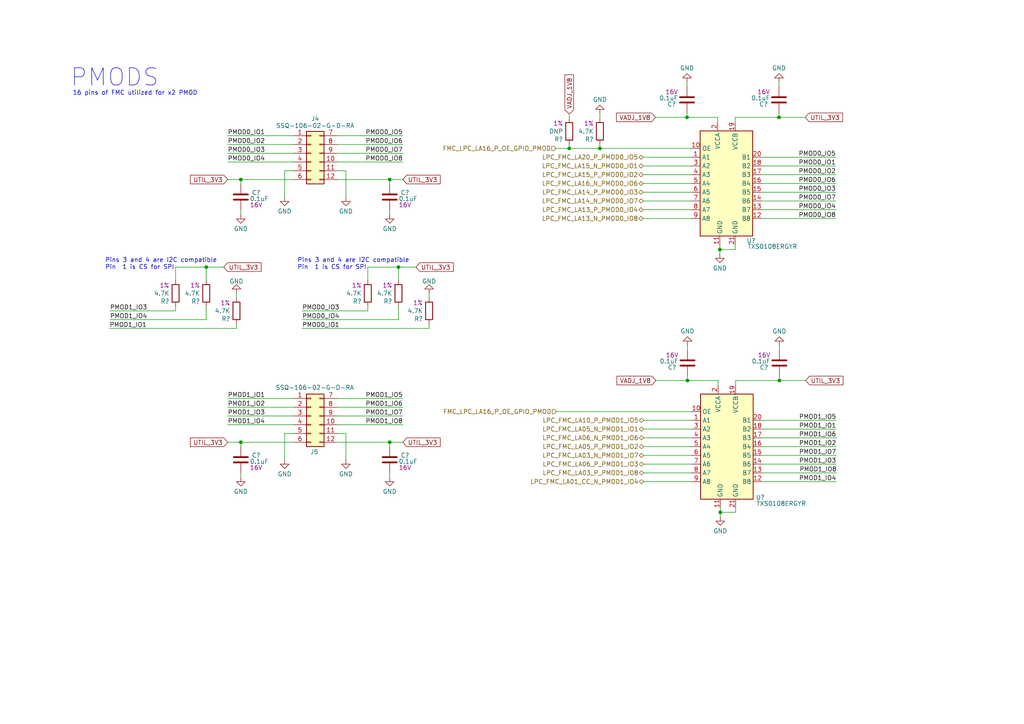
<source format=kicad_sch>
(kicad_sch (version 20230121) (generator eeschema)
  (paper "A4")
  (title_block (title "VincuLink FMC") (rev "1.0") (company "ApotheoTech LLC") (comment 1 "Author: Chance Reimer") (comment 2 "FMC for M.2 Key E") (comment 3 "Pi Hats, and Digilent PMOD connectors"))
  (lib_symbols
    (symbol "Connector_Generic:Conn_02x06_Top_Bottom" (pin_names (offset 1.016) hide)
      (property "Reference" "J" (at 1.27 7.62 0))
      (property "Value" "Conn_02x06_Top_Bottom" (at 1.27 -10.16 0))
      (symbol "Conn_02x06_Top_Bottom_1_1"
        (rectangle (start -1.27 -7.493) (end 0 -7.747) (stroke (width 0.1524)))
        (rectangle (start -1.27 -4.953) (end 0 -5.207) (stroke (width 0.1524)))
        (rectangle (start -1.27 -2.413) (end 0 -2.667) (stroke (width 0.1524)))
        (rectangle (start -1.27 0.127) (end 0 -0.127) (stroke (width 0.1524)))
        (rectangle (start -1.27 2.667) (end 0 2.413) (stroke (width 0.1524)))
        (rectangle (start -1.27 5.207) (end 0 4.953) (stroke (width 0.1524)))
        (rectangle (start -1.27 6.35) (end 3.81 -8.89) (stroke (width 0.254)) (fill (type background)))
        (rectangle (start 3.81 -7.493) (end 2.54 -7.747) (stroke (width 0.1524)))
        (rectangle (start 3.81 -4.953) (end 2.54 -5.207) (stroke (width 0.1524)))
        (rectangle (start 3.81 -2.413) (end 2.54 -2.667) (stroke (width 0.1524)))
        (rectangle (start 3.81 0.127) (end 2.54 -0.127) (stroke (width 0.1524)))
        (rectangle (start 3.81 2.667) (end 2.54 2.413) (stroke (width 0.1524)))
        (rectangle (start 3.81 5.207) (end 2.54 4.953) (stroke (width 0.1524)))
        (pin passive line (at -5.08 5.08 0) (length 3.81) (name "Pin_1") (number "1"))
        (pin passive line (at 7.62 -2.54 180) (length 3.81) (name "Pin_10") (number "10"))
        (pin passive line (at 7.62 -5.08 180) (length 3.81) (name "Pin_11") (number "11"))
        (pin passive line (at 7.62 -7.62 180) (length 3.81) (name "Pin_12") (number "12"))
        (pin passive line (at -5.08 2.54 0) (length 3.81) (name "Pin_2") (number "2"))
        (pin passive line (at -5.08 0 0) (length 3.81) (name "Pin_3") (number "3"))
        (pin passive line (at -5.08 -2.54 0) (length 3.81) (name "Pin_4") (number "4"))
        (pin passive line (at -5.08 -5.08 0) (length 3.81) (name "Pin_5") (number "5"))
        (pin passive line (at -5.08 -7.62 0) (length 3.81) (name "Pin_6") (number "6"))
        (pin passive line (at 7.62 5.08 180) (length 3.81) (name "Pin_7") (number "7"))
        (pin passive line (at 7.62 2.54 180) (length 3.81) (name "Pin_8") (number "8"))
        (pin passive line (at 7.62 0 180) (length 3.81) (name "Pin_9") (number "9"))
      )
    )
    (symbol "Device:C" (pin_numbers hide) (pin_names (offset 0.254))
      (property "Reference" "C" (at 0.635 2.54 0))
      (property "Value" "C" (at 0.635 -2.54 0))
      (symbol "C_0_1"
        (polyline (pts (xy -2.032 -0.762) (xy 2.032 -0.762)) (stroke (width 0.508)))
        (polyline (pts (xy -2.032 0.762) (xy 2.032 0.762)) (stroke (width 0.508)))
      )
      (symbol "C_1_1"
        (pin passive line (at 0 3.81 270) (length 2.794) (name "~") (number "1"))
        (pin passive line (at 0 -3.81 90) (length 2.794) (name "~") (number "2"))
      )
    )
    (symbol "Device:R" (pin_numbers hide) (pin_names (offset 0))
      (property "Reference" "R" (at 2.032 0 90))
      (property "Value" "R" (at 0 0 90))
      (symbol "R_0_1"
        (rectangle (start -1.016 -2.54) (end 1.016 2.54) (stroke (width 0.254)))
      )
      (symbol "R_1_1"
        (pin passive line (at 0 3.81 270) (length 1.27) (name "~") (number "1"))
        (pin passive line (at 0 -3.81 90) (length 1.27) (name "~") (number "2"))
      )
    )
    (symbol "pi_hat_lib:TXS0108EPW"
      (property "Reference" "U" (at -6.35 16.51 0))
      (property "Value" "TXS0108ERGYR" (at 3.81 16.51 0))
      (symbol "TXS0108EPW_0_1"
        (rectangle (start -7.62 15.24) (end 7.62 -15.24) (stroke (width 0.254)) (fill (type background)))
      )
      (symbol "TXS0108EPW_1_1"
        (pin bidirectional line (at -10.16 7.62 0) (length 2.54) (name "A1") (number "1"))
        (pin input line (at -10.16 10.16 0) (length 2.54) (name "OE") (number "10"))
        (pin power_in line (at -1.905 -17.78 90) (length 2.54) (name "GND") (number "11"))
        (pin bidirectional line (at 10.16 -10.16 180) (length 2.54) (name "B8") (number "12"))
        (pin bidirectional line (at 10.16 -7.62 180) (length 2.54) (name "B7") (number "13"))
        (pin bidirectional line (at 10.16 -5.08 180) (length 2.54) (name "B6") (number "14"))
        (pin bidirectional line (at 10.16 -2.54 180) (length 2.54) (name "B5") (number "15"))
        (pin bidirectional line (at 10.16 0 180) (length 2.54) (name "B4") (number "16"))
        (pin bidirectional line (at 10.16 2.54 180) (length 2.54) (name "B3") (number "17"))
        (pin bidirectional line (at 10.16 5.08 180) (length 2.54) (name "B2") (number "18"))
        (pin power_in line (at 2.54 17.78 270) (length 2.54) (name "VCCB") (number "19"))
        (pin power_in line (at -2.54 17.78 270) (length 2.54) (name "VCCA") (number "2"))
        (pin bidirectional line (at 10.16 7.62 180) (length 2.54) (name "B1") (number "20"))
        (pin power_in line (at 2.54 -17.78 90) (length 2.54) (name "GND") (number "21"))
        (pin bidirectional line (at -10.16 5.08 0) (length 2.54) (name "A2") (number "3"))
        (pin bidirectional line (at -10.16 2.54 0) (length 2.54) (name "A3") (number "4"))
        (pin bidirectional line (at -10.16 0 0) (length 2.54) (name "A4") (number "5"))
        (pin bidirectional line (at -10.16 -2.54 0) (length 2.54) (name "A5") (number "6"))
        (pin bidirectional line (at -10.16 -5.08 0) (length 2.54) (name "A6") (number "7"))
        (pin bidirectional line (at -10.16 -7.62 0) (length 2.54) (name "A7") (number "8"))
        (pin bidirectional line (at -10.16 -10.16 0) (length 2.54) (name "A8") (number "9"))
      )
    )
    (symbol "power:GND" (power) (pin_names (offset 0))
      (property "Value" "GND" (at 0 -3.81 0))
      (symbol "GND_0_1"
        (polyline (pts (xy 0 0) (xy 0 -1.27) (xy 1.27 -1.27) (xy 0 -2.54) (xy -1.27 -1.27) (xy 0 -1.27)))
      )
      (symbol "GND_1_1"
        (pin power_in line (at 0 0 270) (length 0) hide (name "GND") (number "1"))
      )
    )
  )
  (junction (at 225.933 34.036))
  (junction (at 113.03 128.27))
  (junction (at 208.915 148.59))
  (junction (at 199.39 110.363))
  (junction (at 113.03 52.07))
  (junction (at 115.57 77.47))
  (junction (at 199.263 34.036))
  (junction (at 208.788 72.39))
  (junction (at 226.06 110.363))
  (junction (at 59.817 77.47))
  (junction (at 69.85 128.27))
  (junction (at 173.99 43.053))
  (junction (at 165.1 43.053))
  (junction (at 69.85 52.07))
  (wire (pts (xy 208.915 148.59) (xy 208.915 149.86)))
  (wire (pts (xy 161.417 119.38) (xy 200.66 119.38)))
  (wire (pts (xy 220.853 50.673) (xy 242.443 50.673)))
  (wire (pts (xy 68.58 95.25) (xy 68.58 93.98)))
  (wire (pts (xy 186.563 53.213) (xy 200.533 53.213)))
  (wire (pts (xy 87.63 92.71) (xy 115.57 92.71)))
  (wire (pts (xy 66.04 120.65) (xy 85.09 120.65)))
  (wire (pts (xy 106.68 77.47) (xy 115.57 77.47)))
  (wire (pts (xy 161.29 43.053) (xy 165.1 43.053)))
  (wire (pts (xy 116.84 120.65) (xy 97.79 120.65)))
  (wire (pts (xy 69.85 129.54) (xy 69.85 128.27)))
  (wire (pts (xy 31.877 90.17) (xy 50.927 90.17)))
  (wire (pts (xy 199.263 34.036) (xy 208.153 34.036)))
  (wire (pts (xy 186.69 121.92) (xy 200.66 121.92)))
  (wire (pts (xy 31.75 95.25) (xy 68.58 95.25)))
  (wire (pts (xy 186.69 129.54) (xy 200.66 129.54)))
  (wire (pts (xy 242.57 129.54) (xy 220.98 129.54)))
  (wire (pts (xy 85.09 125.73) (xy 82.55 125.73)))
  (wire (pts (xy 225.933 25.146) (xy 225.933 23.876)))
  (wire (pts (xy 213.36 110.363) (xy 226.06 110.363)))
  (wire (pts (xy 66.04 41.91) (xy 85.09 41.91)))
  (wire (pts (xy 199.39 109.093) (xy 199.39 110.363)))
  (wire (pts (xy 100.33 49.53) (xy 100.33 57.15)))
  (wire (pts (xy 165.1 33.02) (xy 165.1 34.29)))
  (wire (pts (xy 242.57 134.62) (xy 220.98 134.62)))
  (wire (pts (xy 69.85 60.96) (xy 69.85 62.23)))
  (wire (pts (xy 116.84 46.99) (xy 97.79 46.99)))
  (wire (pts (xy 242.57 139.7) (xy 220.98 139.7)))
  (wire (pts (xy 69.85 137.16) (xy 69.85 138.43)))
  (wire (pts (xy 66.04 128.27) (xy 69.85 128.27)))
  (wire (pts (xy 106.68 81.28) (xy 106.68 77.47)))
  (wire (pts (xy 173.99 43.053) (xy 200.533 43.053)))
  (wire (pts (xy 50.927 77.47) (xy 59.817 77.47)))
  (wire (pts (xy 213.233 34.036) (xy 225.933 34.036)))
  (wire (pts (xy 116.84 52.07) (xy 113.03 52.07)))
  (wire (pts (xy 66.04 118.11) (xy 85.09 118.11)))
  (wire (pts (xy 242.57 127) (xy 220.98 127)))
  (wire (pts (xy 116.84 123.19) (xy 97.79 123.19)))
  (wire (pts (xy 113.03 60.96) (xy 113.03 62.23)))
  (wire (pts (xy 186.563 55.753) (xy 200.533 55.753)))
  (wire (pts (xy 226.06 110.363) (xy 233.68 110.363)))
  (wire (pts (xy 66.04 44.45) (xy 85.09 44.45)))
  (wire (pts (xy 199.39 101.473) (xy 199.39 100.203)))
  (wire (pts (xy 173.99 33.02) (xy 173.99 34.29)))
  (wire (pts (xy 69.85 52.07) (xy 85.09 52.07)))
  (wire (pts (xy 242.443 55.753) (xy 220.853 55.753)))
  (wire (pts (xy 208.28 111.76) (xy 208.28 110.363)))
  (wire (pts (xy 242.443 63.373) (xy 220.853 63.373)))
  (wire (pts (xy 100.33 125.73) (xy 100.33 133.35)))
  (wire (pts (xy 226.06 101.473) (xy 226.06 100.203)))
  (wire (pts (xy 199.263 25.146) (xy 199.263 23.876)))
  (wire (pts (xy 66.04 52.07) (xy 69.85 52.07)))
  (wire (pts (xy 242.443 48.133) (xy 220.853 48.133)))
  (wire (pts (xy 173.99 41.91) (xy 173.99 43.053)))
  (wire (pts (xy 50.927 88.9) (xy 50.927 90.17)))
  (wire (pts (xy 190.246 110.363) (xy 199.39 110.363)))
  (wire (pts (xy 50.927 81.28) (xy 50.927 77.47)))
  (wire (pts (xy 124.46 85.09) (xy 124.46 86.36)))
  (wire (pts (xy 186.563 60.833) (xy 200.533 60.833)))
  (wire (pts (xy 82.55 125.73) (xy 82.55 133.35)))
  (wire (pts (xy 242.443 45.593) (xy 220.853 45.593)))
  (wire (pts (xy 87.63 90.17) (xy 106.68 90.17)))
  (wire (pts (xy 59.817 77.47) (xy 64.897 77.47)))
  (wire (pts (xy 226.06 109.093) (xy 226.06 110.363)))
  (wire (pts (xy 116.84 41.91) (xy 97.79 41.91)))
  (wire (pts (xy 186.69 137.16) (xy 200.66 137.16)))
  (wire (pts (xy 165.1 43.053) (xy 173.99 43.053)))
  (wire (pts (xy 186.69 139.7) (xy 200.66 139.7)))
  (wire (pts (xy 213.233 34.036) (xy 213.233 35.433)))
  (wire (pts (xy 220.853 53.213) (xy 242.443 53.213)))
  (wire (pts (xy 213.36 110.363) (xy 213.36 111.76)))
  (wire (pts (xy 106.68 88.9) (xy 106.68 90.17)))
  (wire (pts (xy 115.57 77.47) (xy 120.65 77.47)))
  (wire (pts (xy 68.58 85.09) (xy 68.58 86.36)))
  (wire (pts (xy 113.03 137.16) (xy 113.03 138.43)))
  (wire (pts (xy 115.57 88.9) (xy 115.57 92.71)))
  (wire (pts (xy 199.39 110.363) (xy 208.28 110.363)))
  (wire (pts (xy 97.79 49.53) (xy 100.33 49.53)))
  (wire (pts (xy 186.69 124.46) (xy 200.66 124.46)))
  (wire (pts (xy 115.57 77.47) (xy 115.57 81.28)))
  (wire (pts (xy 186.563 48.133) (xy 200.533 48.133)))
  (wire (pts (xy 242.443 60.833) (xy 220.853 60.833)))
  (wire (pts (xy 213.233 70.993) (xy 213.233 72.39)))
  (wire (pts (xy 186.69 127) (xy 200.66 127)))
  (wire (pts (xy 116.84 44.45) (xy 97.79 44.45)))
  (wire (pts (xy 186.563 50.673) (xy 200.533 50.673)))
  (wire (pts (xy 242.57 132.08) (xy 220.98 132.08)))
  (wire (pts (xy 186.563 63.373) (xy 200.533 63.373)))
  (wire (pts (xy 186.69 134.62) (xy 200.66 134.62)))
  (wire (pts (xy 116.84 39.37) (xy 97.79 39.37)))
  (wire (pts (xy 225.933 32.766) (xy 225.933 34.036)))
  (wire (pts (xy 113.03 53.34) (xy 113.03 52.07)))
  (wire (pts (xy 199.263 32.766) (xy 199.263 34.036)))
  (wire (pts (xy 82.55 49.53) (xy 82.55 57.15)))
  (wire (pts (xy 208.788 70.993) (xy 208.788 72.39)))
  (wire (pts (xy 59.817 77.47) (xy 59.817 81.28)))
  (wire (pts (xy 31.877 92.71) (xy 59.817 92.71)))
  (wire (pts (xy 66.04 46.99) (xy 85.09 46.99)))
  (wire (pts (xy 186.69 132.08) (xy 200.66 132.08)))
  (wire (pts (xy 186.563 58.293) (xy 200.533 58.293)))
  (wire (pts (xy 208.153 35.433) (xy 208.153 34.036)))
  (wire (pts (xy 97.79 125.73) (xy 100.33 125.73)))
  (wire (pts (xy 220.98 137.16) (xy 242.697 137.16)))
  (wire (pts (xy 116.84 115.57) (xy 97.79 115.57)))
  (wire (pts (xy 85.09 49.53) (xy 82.55 49.53)))
  (wire (pts (xy 66.04 39.37) (xy 85.09 39.37)))
  (wire (pts (xy 113.03 52.07) (xy 97.79 52.07)))
  (wire (pts (xy 208.915 147.32) (xy 208.915 148.59)))
  (wire (pts (xy 242.443 58.293) (xy 220.853 58.293)))
  (wire (pts (xy 213.233 72.39) (xy 208.788 72.39)))
  (wire (pts (xy 242.57 124.46) (xy 220.98 124.46)))
  (wire (pts (xy 69.85 53.34) (xy 69.85 52.07)))
  (wire (pts (xy 59.817 88.9) (xy 59.817 92.71)))
  (wire (pts (xy 208.788 72.39) (xy 208.788 73.66)))
  (wire (pts (xy 124.46 95.25) (xy 124.46 93.98)))
  (wire (pts (xy 242.57 121.92) (xy 220.98 121.92)))
  (wire (pts (xy 186.563 45.593) (xy 200.533 45.593)))
  (wire (pts (xy 113.03 129.54) (xy 113.03 128.27)))
  (wire (pts (xy 66.04 115.57) (xy 85.09 115.57)))
  (wire (pts (xy 116.84 118.11) (xy 97.79 118.11)))
  (wire (pts (xy 113.03 128.27) (xy 97.79 128.27)))
  (wire (pts (xy 190.119 34.036) (xy 199.263 34.036)))
  (wire (pts (xy 225.933 34.036) (xy 233.553 34.036)))
  (wire (pts (xy 87.63 95.25) (xy 124.46 95.25)))
  (wire (pts (xy 165.1 41.91) (xy 165.1 43.053)))
  (wire (pts (xy 116.84 128.27) (xy 113.03 128.27)))
  (wire (pts (xy 66.04 123.19) (xy 85.09 123.19)))
  (wire (pts (xy 69.85 128.27) (xy 85.09 128.27)))
  (wire (pts (xy 213.36 148.59) (xy 208.915 148.59)))
  (wire (pts (xy 213.36 147.32) (xy 213.36 148.59)))
  (text "Pins 3 and 4 are I2C compatible\nPin  1 is CS for SPI" (at 30.48 78.359 0) (effects (font (size 1.27 1.27)) (justify left bottom)))
  (text "Pins 3 and 4 are I2C compatible\nPin  1 is CS for SPI" (at 86.233 78.359 0) (effects (font (size 1.27 1.27)) (justify left bottom)))
  (text "PMODS" (at 20.32 25.527 0) (effects (font (size 5 5)) (justify left bottom)))
  (text "16 pins of FMC utilized for x2 PMOD" (at 21.082 27.813 0) (effects (font (size 1.27 1.27)) (justify left bottom)))
  (label "PMOD0_IO6" (at 242.443 53.213 180))
  (label "PMOD0_IO6" (at 116.84 41.91 180))
  (label "PMOD1_IO1" (at 31.75 95.25 0))
  (label "PMOD1_IO1" (at 242.57 124.46 180))
  (label "PMOD0_IO8" (at 116.84 46.99 180))
  (label "PMOD1_IO3" (at 242.57 134.62 180))
  (label "PMOD1_IO3" (at 31.877 90.17 0))
  (label "PMOD0_IO2" (at 66.04 41.91 0))
  (label "PMOD0_IO2" (at 242.443 50.673 180))
  (label "PMOD0_IO3" (at 66.04 44.45 0))
  (label "PMOD0_IO1" (at 242.443 48.133 180))
  (label "PMOD1_IO8" (at 116.84 123.19 180))
  (label "PMOD1_IO3" (at 66.04 120.65 0))
  (label "PMOD0_IO1" (at 87.63 95.25 0))
  (label "PMOD1_IO7" (at 242.57 132.08 180))
  (label "PMOD1_IO2" (at 242.57 129.54 180))
  (label "PMOD1_IO6" (at 116.84 118.11 180))
  (label "PMOD0_IO4" (at 66.04 46.99 0))
  (label "PMOD0_IO5" (at 242.443 45.593 180))
  (label "PMOD0_IO7" (at 116.84 44.45 180))
  (label "PMOD1_IO2" (at 66.04 118.11 0))
  (label "PMOD1_IO6" (at 242.57 127 180))
  (label "PMOD0_IO7" (at 242.443 58.293 180))
  (label "PMOD0_IO3" (at 242.443 55.753 180))
  (label "PMOD1_IO5" (at 242.57 121.92 180))
  (label "PMOD1_IO8" (at 242.697 137.16 180))
  (label "PMOD1_IO1" (at 66.04 115.57 0))
  (label "PMOD0_IO5" (at 116.84 39.37 180))
  (label "PMOD0_IO8" (at 242.443 63.373 180))
  (label "PMOD1_IO5" (at 116.84 115.57 180))
  (label "PMOD0_IO3" (at 87.63 90.17 0))
  (label "PMOD1_IO4" (at 242.57 139.7 180))
  (label "PMOD0_IO4" (at 87.63 92.71 0))
  (label "PMOD1_IO7" (at 116.84 120.65 180))
  (label "PMOD0_IO1" (at 66.04 39.37 0))
  (label "PMOD0_IO4" (at 242.443 60.833 180))
  (label "PMOD1_IO4" (at 66.04 123.19 0))
  (label "PMOD1_IO4" (at 31.877 92.71 0))
  (global_label "UTIL_3V3" (shape input) (at 233.68 110.363 0) (property "Intersheetrefs" "${INTERSHEET_REFS}" (effects hide)))
  (global_label "UTIL_3V3" (shape input) (at 120.65 77.47 0) (property "Intersheetrefs" "${INTERSHEET_REFS}" (effects hide)))
  (global_label "UTIL_3V3" (shape input) (at 66.04 128.27 180) (property "Intersheetrefs" "${INTERSHEET_REFS}" (effects hide)))
  (global_label "UTIL_3V3" (shape input) (at 64.897 77.47 0) (property "Intersheetrefs" "${INTERSHEET_REFS}" (effects hide)))
  (global_label "UTIL_3V3" (shape input) (at 233.553 34.036 0) (property "Intersheetrefs" "${INTERSHEET_REFS}" (effects hide)))
  (global_label "VADJ_1V8" (shape input) (at 190.119 34.036 180) (property "Intersheetrefs" "${INTERSHEET_REFS}" (effects hide)))
  (global_label "UTIL_3V3" (shape input) (at 116.84 52.07 0) (property "Intersheetrefs" "${INTERSHEET_REFS}" (effects hide)))
  (global_label "VADJ_1V8" (shape input) (at 190.246 110.363 180) (property "Intersheetrefs" "${INTERSHEET_REFS}" (effects hide)))
  (global_label "VADJ_1V8" (shape input) (at 165.1 33.02 90) (property "Intersheetrefs" "${INTERSHEET_REFS}" (effects hide)))
  (global_label "UTIL_3V3" (shape input) (at 116.84 128.27 0) (property "Intersheetrefs" "${INTERSHEET_REFS}" (effects hide)))
  (global_label "UTIL_3V3" (shape input) (at 66.04 52.07 180) (property "Intersheetrefs" "${INTERSHEET_REFS}" (effects hide)))
  (hierarchical_label "LPC_FMC_LA10_P_PMOD1_IO5" (shape bidirectional) (at 186.69 121.92 180))
  (hierarchical_label "LPC_FMC_LA03_N_PMOD1_IO7" (shape bidirectional) (at 186.69 132.08 180))
  (hierarchical_label "LPC_FMC_LA14_N_PMOD0_IO7" (shape bidirectional) (at 186.563 58.293 180))
  (hierarchical_label "LPC_FMC_LA06_P_PMOD1_IO3" (shape bidirectional) (at 186.69 134.62 180))
  (hierarchical_label "LPC_FMC_LA05_N_PMOD1_IO1" (shape bidirectional) (at 186.69 124.46 180))
  (hierarchical_label "LPC_FMC_LA01_CC_N_PMOD1_IO4" (shape bidirectional) (at 186.69 139.7 180))
  (hierarchical_label "LPC_FMC_LA06_N_PMOD1_IO6" (shape bidirectional) (at 186.69 127 180))
  (hierarchical_label "LPC_FMC_LA13_P_PMOD0_IO4" (shape bidirectional) (at 186.563 60.833 180))
  (hierarchical_label "LPC_FMC_LA20_P_PMOD0_IO5" (shape bidirectional) (at 186.563 45.593 180))
  (hierarchical_label "LPC_FMC_LA15_N_PMOD0_IO1" (shape bidirectional) (at 186.563 48.133 180))
  (hierarchical_label "LPC_FMC_LA13_N_PMOD0_IO8" (shape bidirectional) (at 186.563 63.373 180))
  (hierarchical_label "LPC_FMC_LA16_N_PMOD0_IO6" (shape bidirectional) (at 186.563 53.213 180))
  (hierarchical_label "LPC_FMC_LA14_P_PMOD0_IO3" (shape bidirectional) (at 186.563 55.753 180))
  (hierarchical_label "LPC_FMC_LA15_P_PMOD0_IO2" (shape bidirectional) (at 186.563 50.673 180))
  (hierarchical_label "LPC_FMC_LA05_P_PMOD1_IO2" (shape bidirectional) (at 186.69 129.54 180))
  (hierarchical_label "FMC_LPC_LA16_P_OE_GPIO_PMOD" (shape input) (at 161.417 119.38 180))
  (hierarchical_label "LPC_FMC_LA03_P_PMOD1_IO8" (shape bidirectional) (at 186.69 137.16 180))
  (hierarchical_label "FMC_LPC_LA16_P_OE_GPIO_PMOD" (shape input) (at 161.29 43.053 180))
  (symbol (lib_id "Device:R") (at 173.99 38.1 180) (unit 1)
    (property "Reference" "R?" (at 172.212 40.4114 0) (effects (justify left)))
    (property "Value" "4.7K" (at 172.212 38.1 0) (effects (justify left)))
    (property "Footprint" "Resistor_SMD:R_0402_1005Metric" (effects hide))
    (property "Tolerance" "1%" (at 172.212 35.7886 0) (effects (justify left)))
    (property "PartNumber" "CRCW04024K70FKED" (effects hide))
    (instances (project "pi_hat" (path "" (reference "R?") (unit 1)) (path "" (reference "R?") (unit 1)) (path "" (reference "R52") (unit 1))) (project "zcu104_lpc_daughter_card" (path "" (reference "R?") (unit 1)) (path "" (reference "R?") (unit 1))))
  )
  (symbol (lib_id "power:GND") (at 113.03 138.43 0) (unit 1)
    (property "Reference" "#PWR?" (effects hide))
    (property "Value" "GND" (at 113.03 142.5655 0))
    (instances (project "pi_hat" (path "" (reference "#PWR?") (unit 1)) (path "" (reference "#PWR070") (unit 1))))
  )
  (symbol (lib_id "Device:R") (at 68.58 90.17 180) (unit 1)
    (property "Reference" "R?" (at 66.802 92.4814 0) (effects (justify left)))
    (property "Value" "4.7K" (at 66.802 90.17 0) (effects (justify left)))
    (property "Footprint" "Resistor_SMD:R_0402_1005Metric" (effects hide))
    (property "Tolerance" "1%" (at 66.802 87.8586 0) (effects (justify left)))
    (property "PartNumber" "CRCW04024K70FKED" (effects hide))
    (instances (project "pi_hat" (path "" (reference "R?") (unit 1)) (path "" (reference "R?") (unit 1)) (path "" (reference "R46") (unit 1))) (project "zcu104_lpc_daughter_card" (path "" (reference "R?") (unit 1)) (path "" (reference "R?") (unit 1))))
  )
  (symbol (lib_id "power:GND") (at 100.33 133.35 0) (mirror y) (unit 1)
    (property "Reference" "#PWR?" (effects hide))
    (property "Value" "GND" (at 100.33 137.4855 0))
    (instances (project "pi_hat" (path "" (reference "#PWR?") (unit 1)) (path "" (reference "#PWR068") (unit 1))))
  )
  (symbol (lib_id "Device:C") (at 199.39 105.283 0) (unit 1)
    (property "Reference" "C?" (at 194.945 106.553 0))
    (property "Value" "0.1uF" (at 194.056 104.775 0))
    (property "Footprint" "Capacitor_SMD:C_0402_1005Metric" (effects hide))
    (property "PartNumber" "EMK105B7104KV-F" (effects hide))
    (property "Tolerance" "+-10%" (effects hide))
    (property "Voltage" "16V" (at 194.945 102.997 0))
    (property "Temp_Val" "X7R" (effects hide))
    (property "URL" "https://www.digikey.com/product-detail/en/taiyo-yuden/EMK105B7104KV-F/587-1451-1-ND/1004082" (effects hide))
    (instances (project "pi_hat" (path "" (reference "C?") (unit 1)) (path "" (reference "C?") (unit 1)) (path "" (reference "C39") (unit 1))) (project "zcu104_lpc_daughter_card" (path "" (reference "C?") (unit 1)) (path "" (reference "C?") (unit 1))))
  )
  (symbol (lib_id "Device:C") (at 113.03 57.15 180) (unit 1)
    (property "Reference" "C?" (at 117.475 55.88 0))
    (property "Value" "0.1uF" (at 118.364 57.658 0))
    (property "Footprint" "Capacitor_SMD:C_0402_1005Metric" (effects hide))
    (property "PartNumber" "EMK105B7104KV-F" (effects hide))
    (property "Tolerance" "+-10%" (effects hide))
    (property "Voltage" "16V" (at 117.475 59.436 0))
    (property "Temp_Val" "X7R" (effects hide))
    (property "URL" "https://www.digikey.com/product-detail/en/taiyo-yuden/EMK105B7104KV-F/587-1451-1-ND/1004082" (effects hide))
    (instances (project "pi_hat" (path "" (reference "C?") (unit 1)) (path "" (reference "C?") (unit 1)) (path "" (reference "C36") (unit 1))) (project "zcu104_lpc_daughter_card" (path "" (reference "C?") (unit 1)) (path "" (reference "C?") (unit 1))))
  )
  (symbol (lib_id "power:GND") (at 68.58 85.09 180) (unit 1)
    (property "Reference" "#PWR?" (effects hide))
    (property "Value" "GND" (at 68.58 81.5881 0))
    (instances (project "pi_hat" (path "" (reference "#PWR?") (unit 1)) (path "" (reference "#PWR062") (unit 1))))
  )
  (symbol (lib_id "Device:R") (at 124.46 90.17 180) (unit 1)
    (property "Reference" "R?" (at 122.682 92.4814 0) (effects (justify left)))
    (property "Value" "4.7K" (at 122.682 90.17 0) (effects (justify left)))
    (property "Footprint" "Resistor_SMD:R_0402_1005Metric" (effects hide))
    (property "Tolerance" "1%" (at 122.682 87.8586 0) (effects (justify left)))
    (property "PartNumber" "CRCW04024K70FKED" (effects hide))
    (instances (project "pi_hat" (path "" (reference "R?") (unit 1)) (path "" (reference "R?") (unit 1)) (path "" (reference "R49") (unit 1))) (project "zcu104_lpc_daughter_card" (path "" (reference "R?") (unit 1)) (path "" (reference "R?") (unit 1))))
  )
  (symbol (lib_id "power:GND") (at 225.933 23.876 180) (unit 1)
    (property "Reference" "#PWR?" (effects hide))
    (property "Value" "GND" (at 225.933 19.7405 0))
    (instances (project "pi_hat" (path "" (reference "#PWR?") (unit 1)) (path "" (reference "#PWR078") (unit 1))))
  )
  (symbol (lib_id "power:GND") (at 69.85 138.43 0) (unit 1)
    (property "Reference" "#PWR?" (effects hide))
    (property "Value" "GND" (at 69.85 142.5655 0))
    (instances (project "pi_hat" (path "" (reference "#PWR?") (unit 1)) (path "" (reference "#PWR064") (unit 1))))
  )
  (symbol (lib_id "Device:R") (at 115.57 85.09 180) (unit 1)
    (property "Reference" "R?" (at 113.792 87.4014 0) (effects (justify left)))
    (property "Value" "4.7K" (at 113.792 85.09 0) (effects (justify left)))
    (property "Footprint" "Resistor_SMD:R_0402_1005Metric" (effects hide))
    (property "Tolerance" "1%" (at 113.792 82.7786 0) (effects (justify left)))
    (property "PartNumber" "CRCW04024K70FKED" (effects hide))
    (instances (project "pi_hat" (path "" (reference "R?") (unit 1)) (path "" (reference "R?") (unit 1)) (path "" (reference "R48") (unit 1))) (project "zcu104_lpc_daughter_card" (path "" (reference "R?") (unit 1)) (path "" (reference "R?") (unit 1))))
  )
  (symbol (lib_id "Connector_Generic:Conn_02x06_Top_Bottom") (at 90.17 120.65 0) (unit 1)
    (property "Reference" "J5" (at 91.186 131.064 0))
    (property "Value" "SSQ-106-02-G-D-RA" (at 91.313 112.395 0))
    (property "Footprint" "apotheotech_lib:PMOD" (effects hide))
  )
  (symbol (lib_id "power:GND") (at 199.39 100.203 180) (unit 1)
    (property "Reference" "#PWR?" (effects hide))
    (property "Value" "GND" (at 199.39 96.0675 0))
    (instances (project "pi_hat" (path "" (reference "#PWR?") (unit 1)) (path "" (reference "#PWR075") (unit 1))))
  )
  (symbol (lib_id "power:GND") (at 69.85 62.23 0) (unit 1)
    (property "Reference" "#PWR?" (effects hide))
    (property "Value" "GND" (at 69.85 66.3655 0))
    (instances (project "pi_hat" (path "" (reference "#PWR?") (unit 1)) (path "" (reference "#PWR063") (unit 1))))
  )
  (symbol (lib_id "power:GND") (at 199.263 23.876 180) (unit 1)
    (property "Reference" "#PWR?" (effects hide))
    (property "Value" "GND" (at 199.263 19.7405 0))
    (instances (project "pi_hat" (path "" (reference "#PWR?") (unit 1)) (path "" (reference "#PWR074") (unit 1))))
  )
  (symbol (lib_id "Connector_Generic:Conn_02x06_Top_Bottom") (at 90.17 44.45 0) (unit 1)
    (property "Reference" "J4" (at 91.44 34.417 0))
    (property "Value" "SSQ-106-02-G-D-RA" (at 91.44 36.449 0))
    (property "Footprint" "apotheotech_lib:PMOD" (effects hide))
  )
  (symbol (lib_id "power:GND") (at 208.915 149.86 0) (unit 1)
    (property "Reference" "#PWR?" (effects hide))
    (property "Value" "GND" (at 208.915 153.9955 0))
    (instances (project "pi_hat" (path "" (reference "#PWR?") (unit 1)) (path "" (reference "#PWR077") (unit 1))))
  )
  (symbol (lib_id "Device:C") (at 226.06 105.283 0) (unit 1)
    (property "Reference" "C?" (at 221.615 106.553 0))
    (property "Value" "0.1uF" (at 220.726 104.775 0))
    (property "Footprint" "Capacitor_SMD:C_0402_1005Metric" (effects hide))
    (property "PartNumber" "EMK105B7104KV-F" (effects hide))
    (property "Tolerance" "+-10%" (effects hide))
    (property "Voltage" "16V" (at 221.615 102.997 0))
    (property "Temp_Val" "X7R" (effects hide))
    (property "URL" "https://www.digikey.com/product-detail/en/taiyo-yuden/EMK105B7104KV-F/587-1451-1-ND/1004082" (effects hide))
    (instances (project "pi_hat" (path "" (reference "C?") (unit 1)) (path "" (reference "C?") (unit 1)) (path "" (reference "C41") (unit 1))) (project "zcu104_lpc_daughter_card" (path "" (reference "C?") (unit 1)) (path "" (reference "C?") (unit 1))))
  )
  (symbol (lib_id "power:GND") (at 208.788 73.66 0) (unit 1)
    (property "Reference" "#PWR?" (effects hide))
    (property "Value" "GND" (at 208.788 77.7955 0))
    (instances (project "pi_hat" (path "" (reference "#PWR?") (unit 1)) (path "" (reference "#PWR076") (unit 1))))
  )
  (symbol (lib_id "Device:C") (at 113.03 133.35 180) (unit 1)
    (property "Reference" "C?" (at 117.475 132.08 0))
    (property "Value" "0.1uF" (at 118.364 133.858 0))
    (property "Footprint" "Capacitor_SMD:C_0402_1005Metric" (effects hide))
    (property "PartNumber" "EMK105B7104KV-F" (effects hide))
    (property "Tolerance" "+-10%" (effects hide))
    (property "Voltage" "16V" (at 117.475 135.636 0))
    (property "Temp_Val" "X7R" (effects hide))
    (property "URL" "https://www.digikey.com/product-detail/en/taiyo-yuden/EMK105B7104KV-F/587-1451-1-ND/1004082" (effects hide))
    (instances (project "pi_hat" (path "" (reference "C?") (unit 1)) (path "" (reference "C?") (unit 1)) (path "" (reference "C37") (unit 1))) (project "zcu104_lpc_daughter_card" (path "" (reference "C?") (unit 1)) (path "" (reference "C?") (unit 1))))
  )
  (symbol (lib_id "Device:R") (at 106.68 85.09 180) (unit 1)
    (property "Reference" "R?" (at 104.902 87.4014 0) (effects (justify left)))
    (property "Value" "4.7K" (at 104.902 85.09 0) (effects (justify left)))
    (property "Footprint" "Resistor_SMD:R_0402_1005Metric" (effects hide))
    (property "Tolerance" "1%" (at 104.902 82.7786 0) (effects (justify left)))
    (property "PartNumber" "CRCW04024K70FKED" (effects hide))
    (instances (project "pi_hat" (path "" (reference "R?") (unit 1)) (path "" (reference "R?") (unit 1)) (path "" (reference "R47") (unit 1))) (project "zcu104_lpc_daughter_card" (path "" (reference "R?") (unit 1)) (path "" (reference "R?") (unit 1))))
  )
  (symbol (lib_id "Device:R") (at 165.1 38.1 180) (unit 1)
    (property "Reference" "R?" (at 163.322 40.4114 0) (effects (justify left)))
    (property "Value" "DNP" (at 163.322 38.1 0) (effects (justify left)))
    (property "Footprint" "Resistor_SMD:R_0402_1005Metric" (effects hide))
    (property "Tolerance" "1%" (at 163.322 35.7886 0) (effects (justify left)))
    (property "PartNumber" "CRCW04024K70FKED" (effects hide))
    (instances (project "pi_hat" (path "" (reference "R?") (unit 1)) (path "" (reference "R?") (unit 1)) (path "" (reference "R50") (unit 1))) (project "zcu104_lpc_daughter_card" (path "" (reference "R?") (unit 1)) (path "" (reference "R?") (unit 1))))
  )
  (symbol (lib_id "power:GND") (at 173.99 33.02 180) (unit 1)
    (property "Reference" "#PWR?" (effects hide))
    (property "Value" "GND" (at 173.99 28.8845 0))
    (instances (project "pi_hat" (path "" (reference "#PWR?") (unit 1)) (path "" (reference "#PWR072") (unit 1))))
  )
  (symbol (lib_id "Device:R") (at 59.817 85.09 180) (unit 1)
    (property "Reference" "R?" (at 58.039 87.4014 0) (effects (justify left)))
    (property "Value" "4.7K" (at 58.039 85.09 0) (effects (justify left)))
    (property "Footprint" "Resistor_SMD:R_0402_1005Metric" (effects hide))
    (property "Tolerance" "1%" (at 58.039 82.7786 0) (effects (justify left)))
    (property "PartNumber" "CRCW04024K70FKED" (effects hide))
    (instances (project "pi_hat" (path "" (reference "R?") (unit 1)) (path "" (reference "R?") (unit 1)) (path "" (reference "R45") (unit 1))) (project "zcu104_lpc_daughter_card" (path "" (reference "R?") (unit 1)) (path "" (reference "R?") (unit 1))))
  )
  (symbol (lib_id "power:GND") (at 124.46 85.09 180) (unit 1)
    (property "Reference" "#PWR?" (effects hide))
    (property "Value" "GND" (at 124.46 81.5881 0))
    (instances (project "pi_hat" (path "" (reference "#PWR?") (unit 1)) (path "" (reference "#PWR071") (unit 1))))
  )
  (symbol (lib_id "Device:C") (at 225.933 28.956 0) (unit 1)
    (property "Reference" "C?" (at 221.488 30.226 0))
    (property "Value" "0.1uF" (at 220.599 28.448 0))
    (property "Footprint" "Capacitor_SMD:C_0402_1005Metric" (effects hide))
    (property "PartNumber" "EMK105B7104KV-F" (effects hide))
    (property "Tolerance" "+-10%" (effects hide))
    (property "Voltage" "16V" (at 221.488 26.67 0))
    (property "Temp_Val" "X7R" (effects hide))
    (property "URL" "https://www.digikey.com/product-detail/en/taiyo-yuden/EMK105B7104KV-F/587-1451-1-ND/1004082" (effects hide))
    (instances (project "pi_hat" (path "" (reference "C?") (unit 1)) (path "" (reference "C?") (unit 1)) (path "" (reference "C40") (unit 1))) (project "zcu104_lpc_daughter_card" (path "" (reference "C?") (unit 1)) (path "" (reference "C?") (unit 1))))
  )
  (symbol (lib_id "Device:C") (at 69.85 57.15 180) (unit 1)
    (property "Reference" "C?" (at 74.295 55.88 0))
    (property "Value" "0.1uF" (at 75.184 57.658 0))
    (property "Footprint" "Capacitor_SMD:C_0402_1005Metric" (effects hide))
    (property "PartNumber" "EMK105B7104KV-F" (effects hide))
    (property "Tolerance" "+-10%" (effects hide))
    (property "Voltage" "16V" (at 74.295 59.436 0))
    (property "Temp_Val" "X7R" (effects hide))
    (property "URL" "https://www.digikey.com/product-detail/en/taiyo-yuden/EMK105B7104KV-F/587-1451-1-ND/1004082" (effects hide))
    (instances (project "pi_hat" (path "" (reference "C?") (unit 1)) (path "" (reference "C?") (unit 1)) (path "" (reference "C34") (unit 1))) (project "zcu104_lpc_daughter_card" (path "" (reference "C?") (unit 1)) (path "" (reference "C?") (unit 1))))
  )
  (symbol (lib_id "Device:C") (at 199.263 28.956 0) (unit 1)
    (property "Reference" "C?" (at 194.818 30.226 0))
    (property "Value" "0.1uF" (at 193.929 28.448 0))
    (property "Footprint" "Capacitor_SMD:C_0402_1005Metric" (effects hide))
    (property "PartNumber" "EMK105B7104KV-F" (effects hide))
    (property "Tolerance" "+-10%" (effects hide))
    (property "Voltage" "16V" (at 194.818 26.67 0))
    (property "Temp_Val" "X7R" (effects hide))
    (property "URL" "https://www.digikey.com/product-detail/en/taiyo-yuden/EMK105B7104KV-F/587-1451-1-ND/1004082" (effects hide))
    (instances (project "pi_hat" (path "" (reference "C?") (unit 1)) (path "" (reference "C?") (unit 1)) (path "" (reference "C38") (unit 1))) (project "zcu104_lpc_daughter_card" (path "" (reference "C?") (unit 1)) (path "" (reference "C?") (unit 1))))
  )
  (symbol (lib_id "power:GND") (at 226.06 100.203 180) (unit 1)
    (property "Reference" "#PWR?" (effects hide))
    (property "Value" "GND" (at 226.06 96.0675 0))
    (instances (project "pi_hat" (path "" (reference "#PWR?") (unit 1)) (path "" (reference "#PWR079") (unit 1))))
  )
  (symbol (lib_id "power:GND") (at 82.55 57.15 0) (unit 1)
    (property "Reference" "#PWR?" (effects hide))
    (property "Value" "GND" (at 82.55 61.2855 0))
    (instances (project "pi_hat" (path "" (reference "#PWR?") (unit 1)) (path "" (reference "#PWR065") (unit 1))))
  )
  (symbol (lib_id "Device:C") (at 69.85 133.35 180) (unit 1)
    (property "Reference" "C?" (at 74.295 132.08 0))
    (property "Value" "0.1uF" (at 75.184 133.858 0))
    (property "Footprint" "Capacitor_SMD:C_0402_1005Metric" (effects hide))
    (property "PartNumber" "EMK105B7104KV-F" (effects hide))
    (property "Tolerance" "+-10%" (effects hide))
    (property "Voltage" "16V" (at 74.295 135.636 0))
    (property "Temp_Val" "X7R" (effects hide))
    (property "URL" "https://www.digikey.com/product-detail/en/taiyo-yuden/EMK105B7104KV-F/587-1451-1-ND/1004082" (effects hide))
    (instances (project "pi_hat" (path "" (reference "C?") (unit 1)) (path "" (reference "C?") (unit 1)) (path "" (reference "C35") (unit 1))) (project "zcu104_lpc_daughter_card" (path "" (reference "C?") (unit 1)) (path "" (reference "C?") (unit 1))))
  )
  (symbol (lib_id "power:GND") (at 82.55 133.35 0) (unit 1)
    (property "Reference" "#PWR?" (effects hide))
    (property "Value" "GND" (at 82.55 137.4855 0))
    (instances (project "pi_hat" (path "" (reference "#PWR?") (unit 1)) (path "" (reference "#PWR066") (unit 1))))
  )
  (symbol (lib_id "power:GND") (at 113.03 62.23 0) (unit 1)
    (property "Reference" "#PWR?" (effects hide))
    (property "Value" "GND" (at 113.03 66.3655 0))
    (instances (project "pi_hat" (path "" (reference "#PWR?") (unit 1)) (path "" (reference "#PWR069") (unit 1))))
  )
  (symbol (lib_id "pi_hat_lib:TXS0108EPW") (at 210.693 53.213 0) (unit 1)
    (property "Reference" "U?" (at 216.535 69.85 0) (effects (justify left)))
    (property "Value" "TXS0108ERGYR" (at 216.789 71.501 0) (effects (justify left)))
    (property "Footprint" "apotheotech_lib:TI_VQFN_RGY0020A" (effects hide))
    (property "Datasheet" "www.ti.com/lit/ds/symlink/txs0108e.pdf" (effects hide))
    (instances (project "pi_hat" (path "" (reference "U?") (unit 1)) (path "" (reference "U9") (unit 1))))
  )
  (symbol (lib_id "power:GND") (at 100.33 57.15 0) (mirror y) (unit 1)
    (property "Reference" "#PWR?" (effects hide))
    (property "Value" "GND" (at 100.33 61.2855 0))
    (instances (project "pi_hat" (path "" (reference "#PWR?") (unit 1)) (path "" (reference "#PWR067") (unit 1))))
  )
  (symbol (lib_id "Device:R") (at 50.927 85.09 180) (unit 1)
    (property "Reference" "R?" (at 49.149 87.4014 0) (effects (justify left)))
    (property "Value" "4.7K" (at 49.149 85.09 0) (effects (justify left)))
    (property "Footprint" "Resistor_SMD:R_0402_1005Metric" (effects hide))
    (property "Tolerance" "1%" (at 49.149 82.7786 0) (effects (justify left)))
    (property "PartNumber" "CRCW04024K70FKED" (effects hide))
    (instances (project "pi_hat" (path "" (reference "R?") (unit 1)) (path "" (reference "R?") (unit 1)) (path "" (reference "R44") (unit 1))) (project "zcu104_lpc_daughter_card" (path "" (reference "R?") (unit 1)) (path "" (reference "R?") (unit 1))))
  )
  (symbol (lib_id "pi_hat_lib:TXS0108EPW") (at 210.82 129.54 0) (unit 1)
    (property "Reference" "U?" (at 219.202 144.272 0) (effects (justify left)))
    (property "Value" "TXS0108ERGYR" (at 219.329 146.05 0) (effects (justify left)))
    (property "Footprint" "apotheotech_lib:TI_VQFN_RGY0020A" (effects hide))
    (property "Datasheet" "www.ti.com/lit/ds/symlink/txs0108e.pdf" (effects hide))
    (instances (project "pi_hat" (path "" (reference "U?") (unit 1)) (path "" (reference "U10") (unit 1))))
  )
)
</source>
